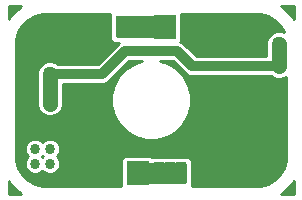
<source format=gbl>
G75*
%MOIN*%
%OFA0B0*%
%FSLAX25Y25*%
%IPPOS*%
%LPD*%
%AMOC8*
5,1,8,0,0,1.08239X$1,22.5*
%
%ADD10R,0.07480X0.07874*%
%ADD11C,0.01000*%
%ADD12C,0.03369*%
%ADD13R,0.03369X0.03369*%
%ADD14R,0.03762X0.03762*%
%ADD15C,0.05000*%
%ADD16C,0.03200*%
%ADD17C,0.05000*%
D10*
X0044472Y0008341D03*
X0053528Y0057159D03*
D11*
X0005651Y0001500D02*
X0001500Y0001500D01*
X0005651Y0001500D01*
X0004790Y0001997D01*
X0004790Y0001997D01*
X0001997Y0004790D01*
X0001997Y0004790D01*
X0001500Y0005651D01*
X0001500Y0001500D01*
X0001500Y0002499D02*
X0004288Y0002499D01*
X0003290Y0003497D02*
X0001500Y0003497D01*
X0001500Y0004496D02*
X0002291Y0004496D01*
X0001590Y0005494D02*
X0001500Y0005494D01*
X0005733Y0008490D02*
X0008674Y0008490D01*
X0008333Y0008631D02*
X0009577Y0008116D01*
X0010923Y0008116D01*
X0012167Y0008631D01*
X0012750Y0009214D01*
X0013333Y0008631D01*
X0014577Y0008116D01*
X0015923Y0008116D01*
X0017167Y0008631D01*
X0018119Y0009583D01*
X0018634Y0010827D01*
X0018634Y0012173D01*
X0018119Y0013417D01*
X0017536Y0014000D01*
X0018119Y0014583D01*
X0018634Y0015827D01*
X0018634Y0017173D01*
X0018119Y0018417D01*
X0017167Y0019369D01*
X0015923Y0019884D01*
X0014577Y0019884D01*
X0013333Y0019369D01*
X0012750Y0018786D01*
X0012167Y0019369D01*
X0010923Y0019884D01*
X0009577Y0019884D01*
X0008333Y0019369D01*
X0007381Y0018417D01*
X0006866Y0017173D01*
X0006866Y0015827D01*
X0007381Y0014583D01*
X0007964Y0014000D01*
X0007381Y0013417D01*
X0006866Y0012173D01*
X0006866Y0010827D01*
X0007381Y0009583D01*
X0008333Y0008631D01*
X0007476Y0009488D02*
X0005157Y0009488D01*
X0004761Y0010173D02*
X0004086Y0012695D01*
X0004000Y0014000D01*
X0004000Y0051500D01*
X0004086Y0052805D01*
X0004761Y0055327D01*
X0006066Y0057588D01*
X0007912Y0059434D01*
X0010173Y0060739D01*
X0012695Y0061414D01*
X0014000Y0061500D01*
X0035419Y0061500D01*
X0035419Y0052665D01*
X0036415Y0051669D01*
X0038252Y0051669D01*
X0031383Y0044800D01*
X0017890Y0044800D01*
X0017629Y0045061D01*
X0016085Y0045700D01*
X0014415Y0045700D01*
X0012871Y0045061D01*
X0011689Y0043879D01*
X0011050Y0042335D01*
X0011050Y0030665D01*
X0011689Y0029121D01*
X0012871Y0027939D01*
X0014415Y0027300D01*
X0016085Y0027300D01*
X0017629Y0027939D01*
X0018811Y0029121D01*
X0019450Y0030665D01*
X0019450Y0038200D01*
X0033406Y0038200D01*
X0034619Y0038702D01*
X0035548Y0039631D01*
X0041617Y0045700D01*
X0045961Y0045700D01*
X0043868Y0045139D01*
X0040837Y0043389D01*
X0038361Y0040913D01*
X0036611Y0037882D01*
X0035705Y0034500D01*
X0035705Y0031000D01*
X0036611Y0027618D01*
X0038361Y0024587D01*
X0040837Y0022111D01*
X0043868Y0020361D01*
X0047250Y0019455D01*
X0050750Y0019455D01*
X0054132Y0020361D01*
X0057163Y0022111D01*
X0059639Y0024587D01*
X0061389Y0027618D01*
X0062295Y0031000D01*
X0062295Y0034500D01*
X0061389Y0037882D01*
X0059639Y0040913D01*
X0057163Y0043389D01*
X0054132Y0045139D01*
X0052039Y0045700D01*
X0056383Y0045700D01*
X0060881Y0041202D01*
X0062094Y0040700D01*
X0088860Y0040700D01*
X0089121Y0040439D01*
X0090665Y0039800D01*
X0092335Y0039800D01*
X0093879Y0040439D01*
X0094000Y0040560D01*
X0094000Y0014000D01*
X0093914Y0012695D01*
X0093239Y0010173D01*
X0091934Y0007912D01*
X0090088Y0006066D01*
X0087827Y0004761D01*
X0085305Y0004086D01*
X0084000Y0004000D01*
X0062581Y0004000D01*
X0062581Y0012835D01*
X0061585Y0013831D01*
X0049063Y0013831D01*
X0048917Y0013978D01*
X0040028Y0013978D01*
X0039032Y0012982D01*
X0039032Y0004000D01*
X0014000Y0004000D01*
X0012695Y0004086D01*
X0010173Y0004761D01*
X0007912Y0006066D01*
X0006066Y0007912D01*
X0004761Y0010173D01*
X0004677Y0010487D02*
X0007007Y0010487D01*
X0006866Y0011485D02*
X0004410Y0011485D01*
X0004142Y0012484D02*
X0006994Y0012484D01*
X0007446Y0013482D02*
X0004034Y0013482D01*
X0004000Y0014481D02*
X0007483Y0014481D01*
X0007010Y0015479D02*
X0004000Y0015479D01*
X0004000Y0016478D02*
X0006866Y0016478D01*
X0006991Y0017476D02*
X0004000Y0017476D01*
X0004000Y0018475D02*
X0007439Y0018475D01*
X0008584Y0019473D02*
X0004000Y0019473D01*
X0004000Y0020472D02*
X0043676Y0020472D01*
X0041947Y0021470D02*
X0004000Y0021470D01*
X0004000Y0022469D02*
X0040479Y0022469D01*
X0039480Y0023467D02*
X0004000Y0023467D01*
X0004000Y0024466D02*
X0038482Y0024466D01*
X0037854Y0025464D02*
X0004000Y0025464D01*
X0004000Y0026463D02*
X0037278Y0026463D01*
X0036701Y0027461D02*
X0016475Y0027461D01*
X0018149Y0028460D02*
X0036385Y0028460D01*
X0036118Y0029458D02*
X0018950Y0029458D01*
X0019364Y0030457D02*
X0035850Y0030457D01*
X0035705Y0031455D02*
X0019450Y0031455D01*
X0019450Y0032454D02*
X0035705Y0032454D01*
X0035705Y0033452D02*
X0019450Y0033452D01*
X0019450Y0034451D02*
X0035705Y0034451D01*
X0035959Y0035449D02*
X0019450Y0035449D01*
X0019450Y0036448D02*
X0036227Y0036448D01*
X0036494Y0037446D02*
X0019450Y0037446D01*
X0011050Y0037446D02*
X0004000Y0037446D01*
X0004000Y0038445D02*
X0011050Y0038445D01*
X0011050Y0039443D02*
X0004000Y0039443D01*
X0004000Y0040442D02*
X0011050Y0040442D01*
X0011050Y0041440D02*
X0004000Y0041440D01*
X0004000Y0042439D02*
X0011093Y0042439D01*
X0011506Y0043437D02*
X0004000Y0043437D01*
X0004000Y0044436D02*
X0012246Y0044436D01*
X0013774Y0045434D02*
X0004000Y0045434D01*
X0004000Y0046433D02*
X0033016Y0046433D01*
X0032018Y0045434D02*
X0016726Y0045434D01*
X0004000Y0047432D02*
X0034015Y0047432D01*
X0035013Y0048430D02*
X0004000Y0048430D01*
X0004000Y0049429D02*
X0036012Y0049429D01*
X0037010Y0050427D02*
X0004000Y0050427D01*
X0004000Y0051426D02*
X0038009Y0051426D01*
X0035660Y0052424D02*
X0004061Y0052424D01*
X0004251Y0053423D02*
X0035419Y0053423D01*
X0035419Y0054421D02*
X0004519Y0054421D01*
X0004815Y0055420D02*
X0035419Y0055420D01*
X0035419Y0056418D02*
X0005391Y0056418D01*
X0005968Y0057417D02*
X0035419Y0057417D01*
X0035419Y0058415D02*
X0006894Y0058415D01*
X0007892Y0059414D02*
X0035419Y0059414D01*
X0035419Y0060412D02*
X0009607Y0060412D01*
X0012681Y0061411D02*
X0035419Y0061411D01*
X0037750Y0060250D02*
X0056500Y0060250D01*
X0056500Y0054000D01*
X0037750Y0054000D01*
X0037750Y0060250D01*
X0037750Y0059414D02*
X0056500Y0059414D01*
X0056500Y0058415D02*
X0037750Y0058415D01*
X0037750Y0057417D02*
X0056500Y0057417D01*
X0056500Y0056418D02*
X0037750Y0056418D01*
X0037750Y0055420D02*
X0056500Y0055420D01*
X0056500Y0054421D02*
X0037750Y0054421D01*
X0041351Y0045434D02*
X0044970Y0045434D01*
X0042650Y0044436D02*
X0040353Y0044436D01*
X0040921Y0043437D02*
X0039354Y0043437D01*
X0039887Y0042439D02*
X0038356Y0042439D01*
X0038888Y0041440D02*
X0037357Y0041440D01*
X0038089Y0040442D02*
X0036359Y0040442D01*
X0035360Y0039443D02*
X0037512Y0039443D01*
X0036936Y0038445D02*
X0033998Y0038445D01*
X0053030Y0045434D02*
X0056649Y0045434D01*
X0057647Y0044436D02*
X0055350Y0044436D01*
X0057079Y0043437D02*
X0058646Y0043437D01*
X0058113Y0042439D02*
X0059644Y0042439D01*
X0059112Y0041440D02*
X0060643Y0041440D01*
X0059911Y0040442D02*
X0089118Y0040442D01*
X0093882Y0040442D02*
X0094000Y0040442D01*
X0094000Y0039443D02*
X0060488Y0039443D01*
X0061064Y0038445D02*
X0094000Y0038445D01*
X0094000Y0037446D02*
X0061506Y0037446D01*
X0061773Y0036448D02*
X0094000Y0036448D01*
X0094000Y0035449D02*
X0062041Y0035449D01*
X0062295Y0034451D02*
X0094000Y0034451D01*
X0094000Y0033452D02*
X0062295Y0033452D01*
X0062295Y0032454D02*
X0094000Y0032454D01*
X0094000Y0031455D02*
X0062295Y0031455D01*
X0062150Y0030457D02*
X0094000Y0030457D01*
X0094000Y0029458D02*
X0061882Y0029458D01*
X0061615Y0028460D02*
X0094000Y0028460D01*
X0094000Y0027461D02*
X0061299Y0027461D01*
X0060722Y0026463D02*
X0094000Y0026463D01*
X0094000Y0025464D02*
X0060146Y0025464D01*
X0059518Y0024466D02*
X0094000Y0024466D01*
X0094000Y0023467D02*
X0058520Y0023467D01*
X0057521Y0022469D02*
X0094000Y0022469D01*
X0094000Y0021470D02*
X0056053Y0021470D01*
X0054324Y0020472D02*
X0094000Y0020472D01*
X0094000Y0019473D02*
X0050819Y0019473D01*
X0047181Y0019473D02*
X0016916Y0019473D01*
X0018061Y0018475D02*
X0094000Y0018475D01*
X0094000Y0017476D02*
X0018509Y0017476D01*
X0018634Y0016478D02*
X0094000Y0016478D01*
X0094000Y0015479D02*
X0018490Y0015479D01*
X0018017Y0014481D02*
X0094000Y0014481D01*
X0093966Y0013482D02*
X0061934Y0013482D01*
X0062581Y0012484D02*
X0093858Y0012484D01*
X0093590Y0011485D02*
X0062581Y0011485D01*
X0062581Y0010487D02*
X0093323Y0010487D01*
X0092843Y0009488D02*
X0062581Y0009488D01*
X0062581Y0008490D02*
X0092267Y0008490D01*
X0091512Y0007491D02*
X0062581Y0007491D01*
X0062581Y0006493D02*
X0090514Y0006493D01*
X0089096Y0005494D02*
X0062581Y0005494D01*
X0062581Y0004496D02*
X0086835Y0004496D01*
X0092349Y0001500D02*
X0093210Y0001997D01*
X0093210Y0001997D01*
X0096003Y0004790D01*
X0096500Y0005651D01*
X0096500Y0001500D01*
X0092349Y0001500D01*
X0096500Y0001500D01*
X0096500Y0002499D02*
X0093712Y0002499D01*
X0094710Y0003497D02*
X0096500Y0003497D01*
X0096500Y0004496D02*
X0095709Y0004496D01*
X0096003Y0004790D02*
X0096003Y0004790D01*
X0096410Y0005494D02*
X0096500Y0005494D01*
X0060250Y0005494D02*
X0041500Y0005494D01*
X0041500Y0005250D02*
X0041500Y0011500D01*
X0060250Y0011500D01*
X0060250Y0005250D01*
X0041500Y0005250D01*
X0041500Y0006493D02*
X0060250Y0006493D01*
X0060250Y0007491D02*
X0041500Y0007491D01*
X0041500Y0008490D02*
X0060250Y0008490D01*
X0060250Y0009488D02*
X0041500Y0009488D01*
X0041500Y0010487D02*
X0060250Y0010487D01*
X0060250Y0011485D02*
X0041500Y0011485D01*
X0039032Y0011485D02*
X0018634Y0011485D01*
X0018493Y0010487D02*
X0039032Y0010487D01*
X0039032Y0009488D02*
X0018024Y0009488D01*
X0016826Y0008490D02*
X0039032Y0008490D01*
X0039032Y0007491D02*
X0006488Y0007491D01*
X0007486Y0006493D02*
X0039032Y0006493D01*
X0039032Y0005494D02*
X0008904Y0005494D01*
X0011165Y0004496D02*
X0039032Y0004496D01*
X0039032Y0012484D02*
X0018506Y0012484D01*
X0018054Y0013482D02*
X0039533Y0013482D01*
X0014025Y0027461D02*
X0004000Y0027461D01*
X0004000Y0028460D02*
X0012350Y0028460D01*
X0011550Y0029458D02*
X0004000Y0029458D01*
X0004000Y0030457D02*
X0011136Y0030457D01*
X0011050Y0031455D02*
X0004000Y0031455D01*
X0004000Y0032454D02*
X0011050Y0032454D01*
X0011050Y0033452D02*
X0004000Y0033452D01*
X0004000Y0034451D02*
X0011050Y0034451D01*
X0011050Y0035449D02*
X0004000Y0035449D01*
X0004000Y0036448D02*
X0011050Y0036448D01*
X0011916Y0019473D02*
X0013584Y0019473D01*
X0012750Y0014214D02*
X0012964Y0014000D01*
X0012750Y0013786D01*
X0012536Y0014000D01*
X0012750Y0014214D01*
X0011826Y0008490D02*
X0013674Y0008490D01*
X0060548Y0050869D02*
X0064117Y0047300D01*
X0087300Y0047300D01*
X0087300Y0052335D01*
X0087939Y0053879D01*
X0089121Y0055061D01*
X0090665Y0055700D01*
X0092335Y0055700D01*
X0093239Y0055326D01*
X0093239Y0055327D01*
X0091934Y0057588D01*
X0090088Y0059434D01*
X0087827Y0060739D01*
X0085305Y0061414D01*
X0085305Y0061414D01*
X0084000Y0061500D01*
X0058968Y0061500D01*
X0058968Y0052518D01*
X0058649Y0052200D01*
X0059619Y0051798D01*
X0060548Y0050869D01*
X0060990Y0050427D02*
X0087300Y0050427D01*
X0087300Y0049429D02*
X0061988Y0049429D01*
X0062987Y0048430D02*
X0087300Y0048430D01*
X0087300Y0047432D02*
X0063985Y0047432D01*
X0059991Y0051426D02*
X0087300Y0051426D01*
X0087337Y0052424D02*
X0058873Y0052424D01*
X0058968Y0053423D02*
X0087750Y0053423D01*
X0088481Y0054421D02*
X0058968Y0054421D01*
X0058968Y0055420D02*
X0089988Y0055420D01*
X0092609Y0056418D02*
X0058968Y0056418D01*
X0058968Y0057417D02*
X0092032Y0057417D01*
X0091106Y0058415D02*
X0058968Y0058415D01*
X0058968Y0059414D02*
X0090107Y0059414D01*
X0088393Y0060412D02*
X0058968Y0060412D01*
X0058968Y0061411D02*
X0085319Y0061411D01*
X0092349Y0064000D02*
X0096500Y0064000D01*
X0096500Y0059849D01*
X0096003Y0060710D01*
X0096003Y0060710D01*
X0093210Y0063503D01*
X0092349Y0064000D01*
X0093210Y0063503D02*
X0093210Y0063503D01*
X0093305Y0063408D02*
X0096500Y0063408D01*
X0096500Y0062409D02*
X0094304Y0062409D01*
X0095303Y0061411D02*
X0096500Y0061411D01*
X0096500Y0060412D02*
X0096175Y0060412D01*
X0093185Y0055420D02*
X0093012Y0055420D01*
X0005651Y0064000D02*
X0004790Y0063503D01*
X0001997Y0060710D01*
X0001500Y0059849D01*
X0001500Y0064000D01*
X0005651Y0064000D01*
X0004695Y0063408D02*
X0001500Y0063408D01*
X0001500Y0062409D02*
X0003696Y0062409D01*
X0002697Y0061411D02*
X0001500Y0061411D01*
X0001997Y0060710D02*
X0001997Y0060710D01*
X0001997Y0060710D01*
X0001825Y0060412D02*
X0001500Y0060412D01*
D12*
X0010250Y0054000D03*
X0015250Y0054000D03*
X0015250Y0049000D03*
X0010250Y0049000D03*
X0010250Y0016500D03*
X0015250Y0016500D03*
X0015250Y0011500D03*
X0010250Y0011500D03*
D13*
X0075250Y0036500D03*
X0085250Y0027750D03*
X0091500Y0025250D03*
X0091500Y0021500D03*
D14*
X0059000Y0010250D03*
X0055250Y0010250D03*
X0051500Y0010250D03*
X0051500Y0006500D03*
X0055250Y0006500D03*
X0059000Y0006500D03*
X0046500Y0055250D03*
X0042750Y0055250D03*
X0039000Y0055250D03*
X0039000Y0059000D03*
X0042750Y0059000D03*
X0046500Y0059000D03*
D15*
X0015250Y0041500D03*
X0015250Y0036500D03*
X0015250Y0031500D03*
X0091500Y0044000D03*
X0091500Y0047750D03*
X0091500Y0051500D03*
D16*
X0091500Y0044000D02*
X0062750Y0044000D01*
X0057750Y0049000D01*
X0040250Y0049000D01*
X0032750Y0041500D01*
X0015250Y0041500D01*
D17*
X0015250Y0031500D01*
X0091500Y0044000D02*
X0091500Y0051500D01*
M02*

</source>
